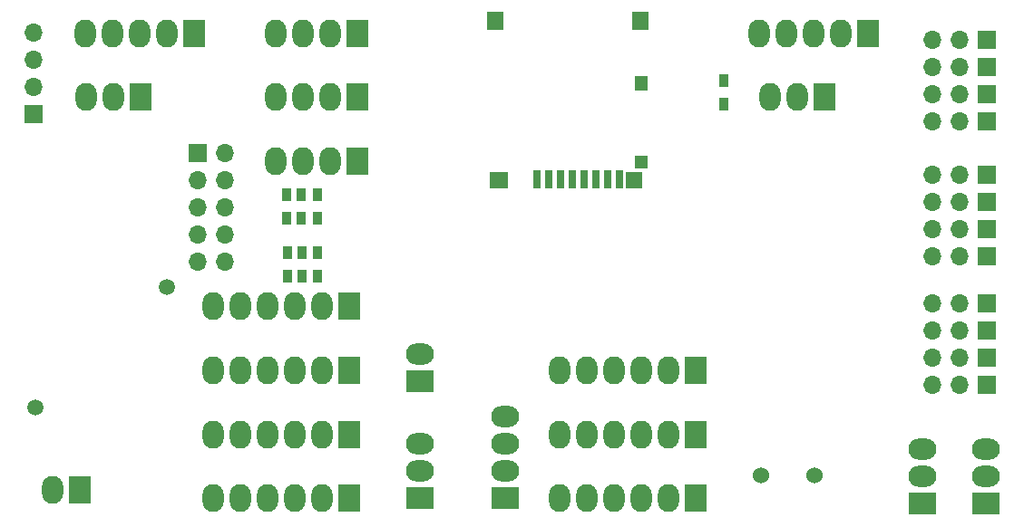
<source format=gbs>
G04 #@! TF.FileFunction,Soldermask,Bot*
%FSLAX46Y46*%
G04 Gerber Fmt 4.6, Leading zero omitted, Abs format (unit mm)*
G04 Created by KiCad (PCBNEW 4.0.7) date 02/08/18 09:42:23*
%MOMM*%
%LPD*%
G01*
G04 APERTURE LIST*
%ADD10C,0.100000*%
%ADD11R,1.700000X1.700000*%
%ADD12O,1.700000X1.700000*%
%ADD13C,1.500000*%
%ADD14R,0.900000X1.200000*%
%ADD15R,2.000000X2.600000*%
%ADD16O,2.000000X2.600000*%
%ADD17R,2.600000X2.000000*%
%ADD18O,2.600000X2.000000*%
%ADD19C,1.524000*%
%ADD20R,0.800100X1.678940*%
%ADD21R,1.290320X1.300480*%
%ADD22R,1.501140X1.699260*%
%ADD23R,1.699260X1.501140*%
%ADD24R,1.290320X1.399540*%
%ADD25R,1.600200X1.501140*%
G04 APERTURE END LIST*
D10*
D11*
X143974000Y-103584000D03*
D12*
X141434000Y-103584000D03*
X138894000Y-103584000D03*
D11*
X143974000Y-108664000D03*
D12*
X141434000Y-108664000D03*
X138894000Y-108664000D03*
D11*
X143974000Y-111204000D03*
D12*
X141434000Y-111204000D03*
X138894000Y-111204000D03*
D11*
X143974000Y-116230000D03*
D12*
X141434000Y-116230000D03*
X138894000Y-116230000D03*
D11*
X143974000Y-118770000D03*
D12*
X141434000Y-118770000D03*
X138894000Y-118770000D03*
D11*
X143974000Y-121310000D03*
D12*
X141434000Y-121310000D03*
X138894000Y-121310000D03*
D11*
X143974000Y-123850000D03*
D12*
X141434000Y-123850000D03*
X138894000Y-123850000D03*
D11*
X143974000Y-128300000D03*
D12*
X141434000Y-128300000D03*
X138894000Y-128300000D03*
D11*
X143974000Y-130840000D03*
D12*
X141434000Y-130840000D03*
X138894000Y-130840000D03*
D11*
X143974000Y-133380000D03*
D12*
X141434000Y-133380000D03*
X138894000Y-133380000D03*
D11*
X143974000Y-135920000D03*
D12*
X141434000Y-135920000D03*
X138894000Y-135920000D03*
D11*
X143974000Y-106124000D03*
D12*
X141434000Y-106124000D03*
X138894000Y-106124000D03*
D13*
X67422000Y-126736000D03*
X55207000Y-138040000D03*
D14*
X81496000Y-120284000D03*
X81496000Y-118084000D03*
X81484000Y-125687000D03*
X81484000Y-123487000D03*
X80018000Y-120277000D03*
X80018000Y-118077000D03*
X80067000Y-125687000D03*
X80067000Y-123487000D03*
X78616000Y-120269000D03*
X78616000Y-118069000D03*
X78684000Y-125687000D03*
X78684000Y-123487000D03*
X119482000Y-107470000D03*
X119482000Y-109670000D03*
D15*
X84500000Y-128500000D03*
D16*
X81960000Y-128500000D03*
X79420000Y-128500000D03*
X76880000Y-128500000D03*
X74340000Y-128500000D03*
X71800000Y-128500000D03*
D15*
X84500000Y-134500000D03*
D16*
X81960000Y-134500000D03*
X79420000Y-134500000D03*
X76880000Y-134500000D03*
X74340000Y-134500000D03*
X71800000Y-134500000D03*
D15*
X84500000Y-140500000D03*
D16*
X81960000Y-140500000D03*
X79420000Y-140500000D03*
X76880000Y-140500000D03*
X74340000Y-140500000D03*
X71800000Y-140500000D03*
D15*
X84500000Y-146500000D03*
D16*
X81960000Y-146500000D03*
X79420000Y-146500000D03*
X76880000Y-146500000D03*
X74340000Y-146500000D03*
X71800000Y-146500000D03*
D15*
X116800000Y-140500000D03*
D16*
X114260000Y-140500000D03*
X111720000Y-140500000D03*
X109180000Y-140500000D03*
X106640000Y-140500000D03*
X104100000Y-140500000D03*
D15*
X116800000Y-134500000D03*
D16*
X114260000Y-134500000D03*
X111720000Y-134500000D03*
X109180000Y-134500000D03*
X106640000Y-134500000D03*
X104100000Y-134500000D03*
D15*
X116800000Y-146500000D03*
D16*
X114260000Y-146500000D03*
X111720000Y-146500000D03*
X109180000Y-146500000D03*
X106640000Y-146500000D03*
X104100000Y-146500000D03*
D15*
X85273000Y-103000000D03*
D16*
X82733000Y-103000000D03*
X80193000Y-103000000D03*
X77653000Y-103000000D03*
D15*
X85273000Y-109000000D03*
D16*
X82733000Y-109000000D03*
X80193000Y-109000000D03*
X77653000Y-109000000D03*
D15*
X85273000Y-115000000D03*
D16*
X82733000Y-115000000D03*
X80193000Y-115000000D03*
X77653000Y-115000000D03*
D15*
X70000000Y-103000000D03*
D16*
X67460000Y-103000000D03*
X64920000Y-103000000D03*
X62380000Y-103000000D03*
X59840000Y-103000000D03*
D15*
X132875000Y-103000000D03*
D16*
X130335000Y-103000000D03*
X127795000Y-103000000D03*
X125255000Y-103000000D03*
X122715000Y-103000000D03*
D15*
X65000000Y-109000000D03*
D16*
X62460000Y-109000000D03*
X59920000Y-109000000D03*
D15*
X128829000Y-109000000D03*
D16*
X126289000Y-109000000D03*
X123749000Y-109000000D03*
D17*
X91084000Y-135509000D03*
D18*
X91084000Y-132969000D03*
D17*
X99022000Y-146500000D03*
D18*
X99022000Y-143960000D03*
X99022000Y-141420000D03*
X99022000Y-138880000D03*
D17*
X91084000Y-146500000D03*
D18*
X91084000Y-143960000D03*
X91084000Y-141420000D03*
D17*
X143939000Y-147000000D03*
D18*
X143939000Y-144460000D03*
X143939000Y-141920000D03*
D15*
X59294000Y-145735000D03*
D16*
X56754000Y-145735000D03*
D11*
X55004000Y-110592000D03*
D12*
X55004000Y-108052000D03*
X55004000Y-105512000D03*
X55004000Y-102972000D03*
D17*
X138000000Y-147000000D03*
D18*
X138000000Y-144460000D03*
X138000000Y-141920000D03*
D11*
X70325000Y-114191000D03*
D12*
X72865000Y-114191000D03*
X70325000Y-116731000D03*
X72865000Y-116731000D03*
X70325000Y-119271000D03*
X72865000Y-119271000D03*
X70325000Y-121811000D03*
X72865000Y-121811000D03*
X70325000Y-124351000D03*
X72865000Y-124351000D03*
D19*
X127902000Y-144323000D03*
X122902000Y-144323000D03*
D20*
X109687600Y-116628780D03*
X108587780Y-116628780D03*
X107487960Y-116628780D03*
X106388140Y-116628780D03*
X105285780Y-116628780D03*
X104185960Y-116628780D03*
X103086140Y-116628780D03*
X101986320Y-116628780D03*
D21*
X111742460Y-115069220D03*
D22*
X111635780Y-101868840D03*
D23*
X98437940Y-116720220D03*
D24*
X111742460Y-107670200D03*
D22*
X98138220Y-101868840D03*
D25*
X111097300Y-116720220D03*
M02*

</source>
